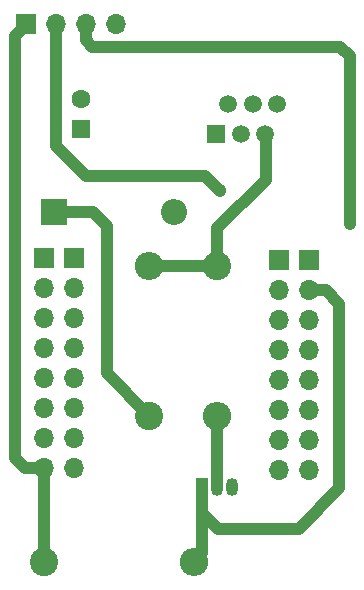
<source format=gbr>
%TF.GenerationSoftware,KiCad,Pcbnew,8.0.0-8.0.0-1~ubuntu22.04.1*%
%TF.CreationDate,2024-03-06T20:03:24+01:00*%
%TF.ProjectId,P1,50312e6b-6963-4616-945f-706362585858,rev?*%
%TF.SameCoordinates,Original*%
%TF.FileFunction,Copper,L1,Top*%
%TF.FilePolarity,Positive*%
%FSLAX46Y46*%
G04 Gerber Fmt 4.6, Leading zero omitted, Abs format (unit mm)*
G04 Created by KiCad (PCBNEW 8.0.0-8.0.0-1~ubuntu22.04.1) date 2024-03-06 20:03:24*
%MOMM*%
%LPD*%
G01*
G04 APERTURE LIST*
%TA.AperFunction,ComponentPad*%
%ADD10R,1.050000X1.500000*%
%TD*%
%TA.AperFunction,ComponentPad*%
%ADD11O,1.050000X1.500000*%
%TD*%
%TA.AperFunction,ComponentPad*%
%ADD12R,1.520000X1.520000*%
%TD*%
%TA.AperFunction,ComponentPad*%
%ADD13C,1.520000*%
%TD*%
%TA.AperFunction,ComponentPad*%
%ADD14O,1.700000X1.700000*%
%TD*%
%TA.AperFunction,ComponentPad*%
%ADD15R,1.700000X1.700000*%
%TD*%
%TA.AperFunction,ComponentPad*%
%ADD16R,2.200000X2.200000*%
%TD*%
%TA.AperFunction,ComponentPad*%
%ADD17O,2.200000X2.200000*%
%TD*%
%TA.AperFunction,ComponentPad*%
%ADD18C,2.400000*%
%TD*%
%TA.AperFunction,ComponentPad*%
%ADD19O,2.400000X2.400000*%
%TD*%
%TA.AperFunction,ComponentPad*%
%ADD20R,1.600000X1.600000*%
%TD*%
%TA.AperFunction,ComponentPad*%
%ADD21C,1.600000*%
%TD*%
%TA.AperFunction,ViaPad*%
%ADD22C,0.600000*%
%TD*%
%TA.AperFunction,Conductor*%
%ADD23C,1.000000*%
%TD*%
G04 APERTURE END LIST*
D10*
%TO.P,Q1,1,C*%
%TO.N,Net-(Q1-C)*%
X145200000Y-63210000D03*
D11*
%TO.P,Q1,2,B*%
%TO.N,Net-(Q1-B)*%
X146470000Y-63210000D03*
%TO.P,Q1,3,E*%
%TO.N,GND*%
X147740000Y-63210000D03*
%TD*%
D12*
%TO.P,J1,1*%
%TO.N,+5V*%
X146400000Y-33400000D03*
D13*
%TO.P,J1,2*%
X147420000Y-30860000D03*
%TO.P,J1,3*%
%TO.N,GND*%
X148440000Y-33400000D03*
%TO.P,J1,4*%
%TO.N,unconnected-(J1-Pad4)*%
X149460000Y-30860000D03*
%TO.P,J1,5*%
%TO.N,Net-(J1-Pad5)*%
X150480000Y-33400000D03*
%TO.P,J1,6*%
%TO.N,GND*%
X151500000Y-30860000D03*
%TD*%
D14*
%TO.P,J2,4,Pin_4*%
%TO.N,GND*%
X137910000Y-24070000D03*
%TO.P,J2,3,Pin_3*%
%TO.N,Net-(J2-Pin_3)*%
X135370000Y-24070000D03*
%TO.P,J2,2,Pin_2*%
%TO.N,Net-(J2-Pin_2)*%
X132830000Y-24070000D03*
D15*
%TO.P,J2,1,Pin_1*%
%TO.N,+3.3V*%
X130290000Y-24070000D03*
%TD*%
D16*
%TO.P,D1,1,K*%
%TO.N,Net-(D1-K)*%
X132650000Y-39940000D03*
D17*
%TO.P,D1,2,A*%
%TO.N,+5V*%
X142810000Y-39940000D03*
%TD*%
D18*
%TO.P,R1,1*%
%TO.N,Net-(D1-K)*%
X140730000Y-57199999D03*
D19*
%TO.P,R1,2*%
%TO.N,Net-(J1-Pad5)*%
X140730000Y-44499999D03*
%TD*%
D20*
%TO.P,C1,1*%
%TO.N,+5V*%
X134940000Y-32920000D03*
D21*
%TO.P,C1,2*%
%TO.N,GND*%
X134940000Y-30420000D03*
%TD*%
D18*
%TO.P,R3,1*%
%TO.N,Net-(J1-Pad5)*%
X146450001Y-44500000D03*
D19*
%TO.P,R3,2*%
%TO.N,Net-(Q1-B)*%
X146450001Y-57200000D03*
%TD*%
D18*
%TO.P,R2,1*%
%TO.N,+3.3V*%
X131790000Y-69580000D03*
D19*
%TO.P,R2,2*%
%TO.N,Net-(Q1-C)*%
X144490000Y-69580000D03*
%TD*%
D15*
%TO.P,U1,1,EN*%
%TO.N,unconnected-(U1-EN-Pad1)*%
X131815000Y-43890000D03*
D14*
%TO.P,U1,2,IO2*%
%TO.N,unconnected-(U1-IO2-Pad2)*%
X131815000Y-46430000D03*
%TO.P,U1,3,IO4*%
%TO.N,unconnected-(U1-IO4-Pad3)*%
X131815000Y-48970000D03*
%TO.P,U1,4,IO12*%
%TO.N,unconnected-(U1-IO12-Pad4)*%
X131815000Y-51510000D03*
%TO.P,U1,5,IO13*%
%TO.N,unconnected-(U1-IO13-Pad5)*%
X131815000Y-54050000D03*
%TO.P,U1,6,IO11*%
%TO.N,unconnected-(U1-IO11-Pad6)*%
X131815000Y-56590000D03*
%TO.P,U1,7,IO10*%
%TO.N,unconnected-(U1-IO10-Pad7)*%
X131815000Y-59130000D03*
%TO.P,U1,8,3.3V*%
%TO.N,+3.3V*%
X131815000Y-61670000D03*
D15*
%TO.P,U1,9,IO1*%
%TO.N,unconnected-(U1-IO1-Pad9)*%
X134355000Y-43890000D03*
D14*
%TO.P,U1,10,IO3*%
%TO.N,unconnected-(U1-IO3-Pad10)*%
X134355000Y-46430000D03*
%TO.P,U1,11,IO5*%
%TO.N,unconnected-(U1-IO5-Pad11)*%
X134355000Y-48970000D03*
%TO.P,U1,12,IO6*%
%TO.N,unconnected-(U1-IO6-Pad12)*%
X134355000Y-51510000D03*
%TO.P,U1,13,IO7*%
%TO.N,unconnected-(U1-IO7-Pad13)*%
X134355000Y-54050000D03*
%TO.P,U1,14,IO8*%
%TO.N,unconnected-(U1-IO8-Pad14)*%
X134355000Y-56590000D03*
%TO.P,U1,15,IO9*%
%TO.N,unconnected-(U1-IO9-Pad15)*%
X134355000Y-59130000D03*
%TO.P,U1,16,IO14*%
%TO.N,unconnected-(U1-IO14-Pad16)*%
X134355000Y-61670000D03*
D15*
%TO.P,U1,17,IO33*%
%TO.N,unconnected-(U1-IO33-Pad17)*%
X151715000Y-44070000D03*
D14*
%TO.P,U1,18,IO37*%
%TO.N,unconnected-(U1-IO37-Pad18)*%
X151715000Y-46610000D03*
%TO.P,U1,19,IO38*%
%TO.N,unconnected-(U1-IO38-Pad19)*%
X151715000Y-49150000D03*
%TO.P,U1,20,IO34*%
%TO.N,unconnected-(U1-IO34-Pad20)*%
X151715000Y-51690000D03*
%TO.P,U1,21,IO21*%
%TO.N,unconnected-(U1-IO21-Pad21)*%
X151715000Y-54230000D03*
%TO.P,U1,22,IO17*%
%TO.N,unconnected-(U1-IO17-Pad22)*%
X151715000Y-56770000D03*
%TO.P,U1,23,GND*%
%TO.N,GND*%
X151715000Y-59310000D03*
%TO.P,U1,24,IO15*%
%TO.N,unconnected-(U1-IO15-Pad24)*%
X151715000Y-61850000D03*
D15*
%TO.P,U1,25,IO43_/_TX*%
%TO.N,unconnected-(U1-IO43_{slash}_TX-Pad25)*%
X154255000Y-44070000D03*
D14*
%TO.P,U1,26,IO44_/_RX*%
%TO.N,Net-(Q1-C)*%
X154255000Y-46610000D03*
%TO.P,U1,27,IO36_/_SCL*%
%TO.N,Net-(J2-Pin_2)*%
X154255000Y-49150000D03*
%TO.P,U1,28,IO35_/_SDA*%
%TO.N,Net-(J2-Pin_3)*%
X154255000Y-51690000D03*
%TO.P,U1,29,IO18*%
%TO.N,unconnected-(U1-IO18-Pad29)*%
X154255000Y-54230000D03*
%TO.P,U1,30,IO16*%
%TO.N,unconnected-(U1-IO16-Pad30)*%
X154255000Y-56770000D03*
%TO.P,U1,31,GND*%
%TO.N,GND*%
X154255000Y-59310000D03*
%TO.P,U1,32,VBUS*%
%TO.N,Net-(D1-K)*%
X154255000Y-61850000D03*
%TD*%
D22*
%TO.N,Net-(J2-Pin_3)*%
X157690000Y-40940000D03*
%TO.N,Net-(J2-Pin_2)*%
X146700000Y-38090000D03*
%TD*%
D23*
%TO.N,+3.3V*%
X130290000Y-24070000D02*
X129310000Y-25050000D01*
X129310000Y-25050000D02*
X129310000Y-60810000D01*
X129310000Y-60810000D02*
X130170000Y-61670000D01*
X130170000Y-61670000D02*
X131815000Y-61670000D01*
%TO.N,Net-(Q1-C)*%
X146510000Y-66770000D02*
X145200000Y-65460000D01*
X153370000Y-66770000D02*
X146510000Y-66770000D01*
X156770000Y-63370000D02*
X153370000Y-66770000D01*
X155650000Y-46610000D02*
X156770000Y-47730000D01*
X156770000Y-47730000D02*
X156770000Y-63370000D01*
X154255000Y-46610000D02*
X155650000Y-46610000D01*
X145200000Y-63210000D02*
X145200000Y-65460000D01*
X145200000Y-65460000D02*
X145200000Y-68870000D01*
X145200000Y-68870000D02*
X144490000Y-69580000D01*
%TO.N,Net-(J2-Pin_3)*%
X157690000Y-40940000D02*
X157690000Y-26790000D01*
X156890000Y-25990000D02*
X135880000Y-25990000D01*
X135370000Y-25380000D02*
X135370000Y-24070000D01*
X157690000Y-26790000D02*
X156890000Y-25990000D01*
X135880000Y-25990000D02*
X135320000Y-25430000D01*
X135320000Y-25430000D02*
X135370000Y-25380000D01*
%TO.N,Net-(D1-K)*%
X137110000Y-41120000D02*
X137110000Y-53579999D01*
X135930000Y-39940000D02*
X137110000Y-41120000D01*
X132650000Y-39940000D02*
X135930000Y-39940000D01*
X137110000Y-53579999D02*
X140730000Y-57199999D01*
%TO.N,Net-(J1-Pad5)*%
X150560000Y-33480000D02*
X150560000Y-37230000D01*
X146450001Y-44500000D02*
X140730000Y-44500000D01*
X150560000Y-37230000D02*
X146450001Y-41339999D01*
X150480000Y-33400000D02*
X150560000Y-33480000D01*
X146450001Y-41339999D02*
X146450001Y-44500000D01*
%TO.N,Net-(Q1-B)*%
X146470000Y-63210000D02*
X146470000Y-57219999D01*
X146470000Y-57219999D02*
X146450001Y-57200000D01*
%TO.N,+3.3V*%
X131790000Y-61695000D02*
X131815000Y-61670000D01*
X131790000Y-69580000D02*
X131790000Y-61695000D01*
%TO.N,Net-(J2-Pin_2)*%
X146620000Y-38090000D02*
X146700000Y-38090000D01*
X145440000Y-36910000D02*
X146620000Y-38090000D01*
X135360000Y-36910000D02*
X145440000Y-36910000D01*
X132830000Y-34380000D02*
X135360000Y-36910000D01*
X146700000Y-38090000D02*
X146700000Y-38170000D01*
X146700000Y-38170000D02*
X146660000Y-38130000D01*
X132830000Y-24070000D02*
X132830000Y-34380000D01*
%TD*%
M02*

</source>
